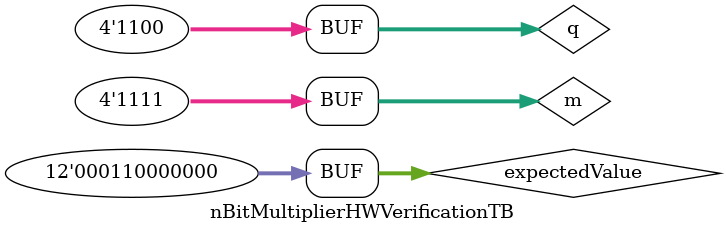
<source format=v>
`timescale 1ns/1ns

module nBitMultiplierHWVerificationTB();
reg [3:0] m;
reg [3:0] q;
wire[11:0] expectedValue;
wire [7:0] p;
wire [11:0] BDCValue;
integer i;
integer j;


nBitMultiplierWithHWConnection #(
.WIDTH(4) //n=4

) DUT(
.q(q),
.m(m),
.p(p), //binary input to BCD
.dummyDoubleDabble(BDCValue) //BCD Output
);

assign expectedValue = 12'b000110000000;
//begin testing
initial begin
$display("Binary Input\t\tBCD Output\t\tExpected Output");
$monitor("%b\t\t%b\t\t%b", p,BDCValue, expectedValue);

//use automated test bench to test all possible multiplications
//for(i=6'b000000; i<=6'b000011; i=i+6'b000001)begin
m = 4'b1111;
//for(j=6'b000000; j<=6'b111111; j=j+6'b000001)begin
q=4'b1100;
#5;
//if(p!==expectedValue)begin
//$display("Error when I/P m=%b and q=%b\t\tResult Gotten=%b\t\tExpected Result=%b",m,q,p,expectedValue);
//$stop;
//end
//#20;
//end
end





endmodule
</source>
